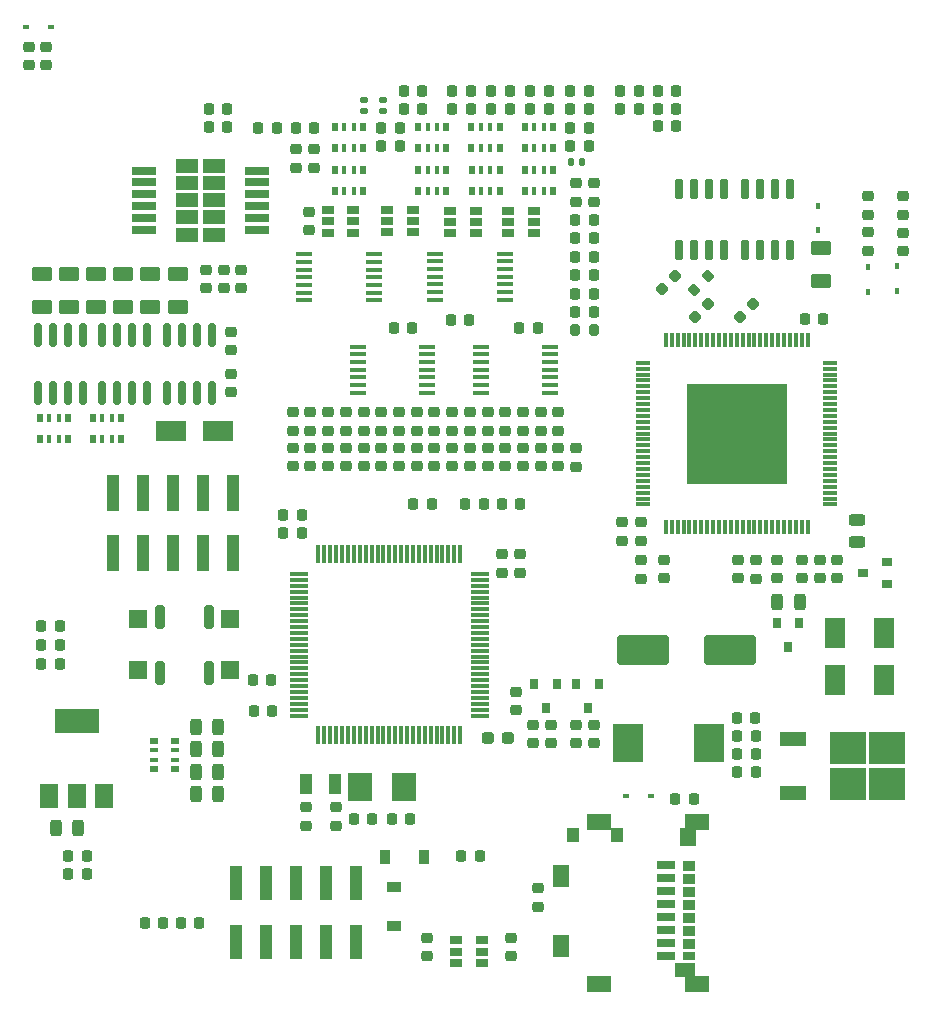
<source format=gbr>
%TF.GenerationSoftware,KiCad,Pcbnew,6.0.10-86aedd382b~118~ubuntu22.04.1*%
%TF.CreationDate,2023-01-19T22:03:14+01:00*%
%TF.ProjectId,micro_rusEFI,6d696372-6f5f-4727-9573-4546492e6b69,R0.6.1rc*%
%TF.SameCoordinates,Original*%
%TF.FileFunction,Paste,Top*%
%TF.FilePolarity,Positive*%
%FSLAX46Y46*%
G04 Gerber Fmt 4.6, Leading zero omitted, Abs format (unit mm)*
G04 Created by KiCad (PCBNEW 6.0.10-86aedd382b~118~ubuntu22.04.1) date 2023-01-19 22:03:14*
%MOMM*%
%LPD*%
G01*
G04 APERTURE LIST*
G04 Aperture macros list*
%AMRoundRect*
0 Rectangle with rounded corners*
0 $1 Rounding radius*
0 $2 $3 $4 $5 $6 $7 $8 $9 X,Y pos of 4 corners*
0 Add a 4 corners polygon primitive as box body*
4,1,4,$2,$3,$4,$5,$6,$7,$8,$9,$2,$3,0*
0 Add four circle primitives for the rounded corners*
1,1,$1+$1,$2,$3*
1,1,$1+$1,$4,$5*
1,1,$1+$1,$6,$7*
1,1,$1+$1,$8,$9*
0 Add four rect primitives between the rounded corners*
20,1,$1+$1,$2,$3,$4,$5,0*
20,1,$1+$1,$4,$5,$6,$7,0*
20,1,$1+$1,$6,$7,$8,$9,0*
20,1,$1+$1,$8,$9,$2,$3,0*%
G04 Aperture macros list end*
%ADD10RoundRect,0.218750X0.026517X-0.335876X0.335876X-0.026517X-0.026517X0.335876X-0.335876X0.026517X0*%
%ADD11RoundRect,0.218750X-0.218750X-0.256250X0.218750X-0.256250X0.218750X0.256250X-0.218750X0.256250X0*%
%ADD12RoundRect,0.218750X0.218750X0.256250X-0.218750X0.256250X-0.218750X-0.256250X0.218750X-0.256250X0*%
%ADD13RoundRect,0.243750X-0.243750X-0.456250X0.243750X-0.456250X0.243750X0.456250X-0.243750X0.456250X0*%
%ADD14RoundRect,0.218750X0.256250X-0.218750X0.256250X0.218750X-0.256250X0.218750X-0.256250X-0.218750X0*%
%ADD15RoundRect,0.218750X-0.256250X0.218750X-0.256250X-0.218750X0.256250X-0.218750X0.256250X0.218750X0*%
%ADD16R,0.900000X1.200000*%
%ADD17R,1.060000X0.650000*%
%ADD18R,1.450000X0.450000*%
%ADD19R,0.500000X0.800000*%
%ADD20R,0.400000X0.800000*%
%ADD21R,0.800000X0.500000*%
%ADD22R,0.800000X0.400000*%
%ADD23R,2.000000X2.400000*%
%ADD24RoundRect,0.250000X-0.625000X0.375000X-0.625000X-0.375000X0.625000X-0.375000X0.625000X0.375000X0*%
%ADD25RoundRect,0.147500X0.172500X-0.147500X0.172500X0.147500X-0.172500X0.147500X-0.172500X-0.147500X0*%
%ADD26R,0.900000X0.800000*%
%ADD27R,1.800000X2.500000*%
%ADD28RoundRect,0.150000X0.150000X-0.825000X0.150000X0.825000X-0.150000X0.825000X-0.150000X-0.825000X0*%
%ADD29R,1.000000X1.800000*%
%ADD30R,1.500000X2.000000*%
%ADD31R,3.800000X2.000000*%
%ADD32R,3.050000X2.750000*%
%ADD33R,2.200000X1.200000*%
%ADD34R,0.800000X0.900000*%
%ADD35R,1.500000X1.500000*%
%ADD36RoundRect,0.243750X-0.456250X0.243750X-0.456250X-0.243750X0.456250X-0.243750X0.456250X0.243750X0*%
%ADD37R,0.450000X0.600000*%
%ADD38RoundRect,0.200000X0.200000X0.800000X-0.200000X0.800000X-0.200000X-0.800000X0.200000X-0.800000X0*%
%ADD39RoundRect,0.200000X-0.200000X-0.800000X0.200000X-0.800000X0.200000X0.800000X-0.200000X0.800000X0*%
%ADD40RoundRect,0.150000X0.150000X-0.725000X0.150000X0.725000X-0.150000X0.725000X-0.150000X-0.725000X0*%
%ADD41R,1.950000X1.160000*%
%ADD42R,2.000000X0.650000*%
%ADD43RoundRect,0.075000X-0.550000X-0.075000X0.550000X-0.075000X0.550000X0.075000X-0.550000X0.075000X0*%
%ADD44RoundRect,0.075000X-0.075000X-0.550000X0.075000X-0.550000X0.075000X0.550000X-0.075000X0.550000X0*%
%ADD45R,8.500000X8.500000*%
%ADD46RoundRect,0.250000X1.950000X1.000000X-1.950000X1.000000X-1.950000X-1.000000X1.950000X-1.000000X0*%
%ADD47RoundRect,0.075000X0.075000X-0.725000X0.075000X0.725000X-0.075000X0.725000X-0.075000X-0.725000X0*%
%ADD48RoundRect,0.075000X0.725000X-0.075000X0.725000X0.075000X-0.725000X0.075000X-0.725000X-0.075000X0*%
%ADD49RoundRect,0.200000X0.200000X0.275000X-0.200000X0.275000X-0.200000X-0.275000X0.200000X-0.275000X0*%
%ADD50R,1.200000X0.900000*%
%ADD51R,1.000000X3.000000*%
%ADD52RoundRect,0.237500X-0.287500X-0.237500X0.287500X-0.237500X0.287500X0.237500X-0.287500X0.237500X0*%
%ADD53RoundRect,0.147500X0.147500X0.172500X-0.147500X0.172500X-0.147500X-0.172500X0.147500X-0.172500X0*%
%ADD54RoundRect,0.218750X-0.026517X0.335876X-0.335876X0.026517X0.026517X-0.335876X0.335876X-0.026517X0*%
%ADD55RoundRect,0.200000X-0.053033X0.335876X-0.335876X0.053033X0.053033X-0.335876X0.335876X-0.053033X0*%
%ADD56R,1.000000X3.150000*%
%ADD57R,0.600000X0.450000*%
%ADD58R,1.500000X0.800000*%
%ADD59R,2.000000X1.450000*%
%ADD60R,2.500000X3.300000*%
%ADD61R,1.100000X0.850000*%
%ADD62R,1.100000X0.750000*%
%ADD63R,1.000000X1.200000*%
%ADD64R,1.350000X1.900000*%
%ADD65R,1.800000X1.170000*%
%ADD66R,1.350000X1.550000*%
%ADD67R,2.500000X1.800000*%
G04 APERTURE END LIST*
D10*
X83743153Y-58556847D03*
X84856847Y-57443153D03*
D11*
X69812500Y-58100000D03*
X71387500Y-58100000D03*
D12*
X85087500Y-92500000D03*
X83512500Y-92500000D03*
X85116300Y-97030500D03*
X83541300Y-97030500D03*
D11*
X69812500Y-51850000D03*
X71387500Y-51850000D03*
X51053900Y-101031040D03*
X52628900Y-101031040D03*
D13*
X25859500Y-101790500D03*
X27734500Y-101790500D03*
D14*
X73800000Y-77500000D03*
X73800000Y-75925000D03*
D11*
X69812500Y-50292000D03*
X71387500Y-50292000D03*
X76812500Y-42400000D03*
X78387500Y-42400000D03*
D15*
X71374000Y-47212500D03*
X71374000Y-48787500D03*
D12*
X55859780Y-101031040D03*
X54284780Y-101031040D03*
X28473500Y-104203500D03*
X26898500Y-104203500D03*
D15*
X64389000Y-111099500D03*
X64389000Y-112674500D03*
D16*
X53750000Y-104250000D03*
X57050000Y-104250000D03*
D17*
X59733000Y-111318000D03*
X59733000Y-112268000D03*
X59733000Y-113218000D03*
X61933000Y-113218000D03*
X61933000Y-112268000D03*
X61933000Y-111318000D03*
D15*
X57277000Y-111099500D03*
X57277000Y-112674500D03*
D14*
X66675000Y-108483500D03*
X66675000Y-106908500D03*
X71450000Y-94612500D03*
X71450000Y-93037500D03*
D15*
X63601600Y-78612900D03*
X63601600Y-80187900D03*
D11*
X45112500Y-76800000D03*
X46687500Y-76800000D03*
D12*
X26187500Y-87884000D03*
X24612500Y-87884000D03*
D18*
X57306000Y-64942000D03*
X57306000Y-64292000D03*
X57306000Y-63642000D03*
X57306000Y-62992000D03*
X57306000Y-62342000D03*
X57306000Y-61692000D03*
X57306000Y-61042000D03*
X51406000Y-61042000D03*
X51406000Y-61692000D03*
X51406000Y-62342000D03*
X51406000Y-62992000D03*
X51406000Y-63642000D03*
X51406000Y-64292000D03*
X51406000Y-64942000D03*
D14*
X40640000Y-61341100D03*
X40640000Y-59766100D03*
D12*
X44092000Y-89281800D03*
X42517000Y-89281800D03*
D14*
X65125600Y-80187900D03*
X65125600Y-78612900D03*
D15*
X64790320Y-90271500D03*
X64790320Y-91846500D03*
D11*
X38785700Y-42418000D03*
X40360700Y-42418000D03*
X38785700Y-40894000D03*
X40360700Y-40894000D03*
D15*
X40665400Y-63347500D03*
X40665400Y-64922500D03*
D12*
X26187500Y-84734400D03*
X24612500Y-84734400D03*
D19*
X58921500Y-42407000D03*
D20*
X58121500Y-42407000D03*
X57321500Y-42407000D03*
D19*
X56521500Y-42407000D03*
X56521500Y-44207000D03*
D20*
X57321500Y-44207000D03*
X58121500Y-44207000D03*
D19*
X58921500Y-44207000D03*
D11*
X69387500Y-42500000D03*
X70962500Y-42500000D03*
D18*
X67720000Y-64942000D03*
X67720000Y-64292000D03*
X67720000Y-63642000D03*
X67720000Y-62992000D03*
X67720000Y-62342000D03*
X67720000Y-61692000D03*
X67720000Y-61042000D03*
X61820000Y-61042000D03*
X61820000Y-61692000D03*
X61820000Y-62342000D03*
X61820000Y-62992000D03*
X61820000Y-63642000D03*
X61820000Y-64292000D03*
X61820000Y-64942000D03*
D11*
X73612500Y-40925000D03*
X75187500Y-40925000D03*
X26898500Y-105727500D03*
X28473500Y-105727500D03*
D12*
X54987500Y-42500000D03*
X53412500Y-42500000D03*
X71387500Y-55000000D03*
X69812500Y-55000000D03*
D13*
X37712500Y-97050000D03*
X39587500Y-97050000D03*
X37696000Y-98950000D03*
X39571000Y-98950000D03*
X37696000Y-95150000D03*
X39571000Y-95150000D03*
X37696000Y-93250000D03*
X39571000Y-93250000D03*
D15*
X94600000Y-51362500D03*
X94600000Y-52937500D03*
D14*
X23550000Y-37237500D03*
X23550000Y-35662500D03*
D21*
X35963000Y-96831000D03*
D22*
X35963000Y-96031000D03*
X35963000Y-95231000D03*
D21*
X35963000Y-94431000D03*
X34163000Y-94431000D03*
D22*
X34163000Y-95231000D03*
X34163000Y-96031000D03*
D21*
X34163000Y-96831000D03*
D23*
X55306840Y-98348800D03*
X51606840Y-98348800D03*
D11*
X63612500Y-74400000D03*
X65187500Y-74400000D03*
D12*
X85116300Y-93982500D03*
X83541300Y-93982500D03*
X85116300Y-95506500D03*
X83541300Y-95506500D03*
X44547500Y-42500000D03*
X42972500Y-42500000D03*
X37998500Y-109855000D03*
X36423500Y-109855000D03*
D14*
X40081200Y-56108700D03*
X40081200Y-54533700D03*
D24*
X24658800Y-54900000D03*
X24658800Y-57700000D03*
D15*
X38582600Y-54533700D03*
X38582600Y-56108700D03*
X25050000Y-35662500D03*
X25050000Y-37237500D03*
D25*
X53525000Y-41135000D03*
X53525000Y-40165000D03*
D11*
X76812500Y-40900000D03*
X78387500Y-40900000D03*
D12*
X46685300Y-75311000D03*
X45110300Y-75311000D03*
D14*
X67797680Y-94612500D03*
X67797680Y-93037500D03*
D11*
X69812500Y-56550000D03*
X71387500Y-56550000D03*
D14*
X97600000Y-49887500D03*
X97600000Y-48312500D03*
D18*
X57943960Y-53168000D03*
X57943960Y-53818000D03*
X57943960Y-54468000D03*
X57943960Y-55118000D03*
X57943960Y-55768000D03*
X57943960Y-56418000D03*
X57943960Y-57068000D03*
X63843960Y-57068000D03*
X63843960Y-56418000D03*
X63843960Y-55768000D03*
X63843960Y-55118000D03*
X63843960Y-54468000D03*
X63843960Y-53818000D03*
X63843960Y-53168000D03*
D26*
X96186500Y-81150500D03*
X96186500Y-79250500D03*
X94186500Y-80200500D03*
D27*
X96000000Y-89250000D03*
X96000000Y-85250000D03*
D28*
X24358600Y-65009800D03*
X25628600Y-65009800D03*
X26898600Y-65009800D03*
X28168600Y-65009800D03*
X28168600Y-60059800D03*
X26898600Y-60059800D03*
X25628600Y-60059800D03*
X24358600Y-60059800D03*
D15*
X46990000Y-100050000D03*
X46990000Y-101625000D03*
D29*
X47010000Y-98100000D03*
X49510000Y-98100000D03*
D11*
X33375500Y-109855000D03*
X34950500Y-109855000D03*
D30*
X25300000Y-99050000D03*
X27600000Y-99050000D03*
D31*
X27600000Y-92750000D03*
D30*
X29900000Y-99050000D03*
D17*
X64152600Y-49545200D03*
X64152600Y-50495200D03*
X64152600Y-51445200D03*
X66352600Y-51445200D03*
X66352600Y-50495200D03*
X66352600Y-49545200D03*
X51051640Y-51394400D03*
X51051640Y-50444400D03*
X51051640Y-49494400D03*
X48851640Y-49494400D03*
X48851640Y-50444400D03*
X48851640Y-51394400D03*
D14*
X49530000Y-101625000D03*
X49530000Y-100050000D03*
D11*
X56112500Y-74400000D03*
X57687500Y-74400000D03*
D17*
X61460000Y-51445200D03*
X61460000Y-50495200D03*
X61460000Y-49545200D03*
X59260000Y-49545200D03*
X59260000Y-50495200D03*
X59260000Y-51445200D03*
D19*
X31400000Y-67050000D03*
D20*
X30600000Y-67050000D03*
X29800000Y-67050000D03*
D19*
X29000000Y-67050000D03*
X29000000Y-68850000D03*
D20*
X29800000Y-68850000D03*
X30600000Y-68850000D03*
D19*
X31400000Y-68850000D03*
D12*
X56032500Y-59436000D03*
X54457500Y-59436000D03*
D24*
X26958800Y-54900000D03*
X26958800Y-57700000D03*
X29258800Y-54900000D03*
X29258800Y-57700000D03*
X31558800Y-54900000D03*
X31558800Y-57700000D03*
X33858800Y-54900000D03*
X33858800Y-57700000D03*
X36158800Y-54900000D03*
X36158800Y-57700000D03*
D28*
X29794200Y-65009800D03*
X31064200Y-65009800D03*
X32334200Y-65009800D03*
X33604200Y-65009800D03*
X33604200Y-60059800D03*
X32334200Y-60059800D03*
X31064200Y-60059800D03*
X29794200Y-60059800D03*
X35229800Y-65009800D03*
X36499800Y-65009800D03*
X37769800Y-65009800D03*
X39039800Y-65009800D03*
X39039800Y-60059800D03*
X37769800Y-60059800D03*
X36499800Y-60059800D03*
X35229800Y-60059800D03*
D12*
X66637000Y-59436000D03*
X65062000Y-59436000D03*
D17*
X53891000Y-49469000D03*
X53891000Y-50419000D03*
X53891000Y-51369000D03*
X56091000Y-51369000D03*
X56091000Y-50419000D03*
X56091000Y-49469000D03*
D19*
X51873000Y-42407000D03*
D20*
X51073000Y-42407000D03*
X50273000Y-42407000D03*
D19*
X49473000Y-42407000D03*
X49473000Y-44207000D03*
D20*
X50273000Y-44207000D03*
X51073000Y-44207000D03*
D19*
X51873000Y-44207000D03*
D18*
X46902580Y-53226420D03*
X46902580Y-53876420D03*
X46902580Y-54526420D03*
X46902580Y-55176420D03*
X46902580Y-55826420D03*
X46902580Y-56476420D03*
X46902580Y-57126420D03*
X52802580Y-57126420D03*
X52802580Y-56476420D03*
X52802580Y-55826420D03*
X52802580Y-55176420D03*
X52802580Y-54526420D03*
X52802580Y-53876420D03*
X52802580Y-53226420D03*
D14*
X60900000Y-68187500D03*
X60900000Y-66612500D03*
X59400000Y-68187500D03*
X59400000Y-66612500D03*
X57900000Y-68187500D03*
X57900000Y-66612500D03*
X62400000Y-71187500D03*
X62400000Y-69612500D03*
X60900000Y-71187500D03*
X60900000Y-69612500D03*
X57900000Y-71187500D03*
X57900000Y-69612500D03*
X59400000Y-71187500D03*
X59400000Y-69612500D03*
X62400000Y-68187500D03*
X62400000Y-66612500D03*
D32*
X96231000Y-98045000D03*
X96231000Y-94995000D03*
X92881000Y-98045000D03*
X92881000Y-94995000D03*
D33*
X88256000Y-94240000D03*
X88256000Y-98800000D03*
D14*
X66900000Y-68187500D03*
X66900000Y-66612500D03*
X65400000Y-68187500D03*
X65400000Y-66612500D03*
X63900000Y-68187500D03*
X63900000Y-66612500D03*
X68400000Y-71187500D03*
X68400000Y-69612500D03*
X66900000Y-71187500D03*
X66900000Y-69612500D03*
X65400000Y-71187500D03*
X65400000Y-69612500D03*
X63900000Y-71187500D03*
X63900000Y-69612500D03*
X68400000Y-68187500D03*
X68400000Y-66612500D03*
D12*
X26187500Y-86309200D03*
X24612500Y-86309200D03*
D14*
X56400000Y-68187500D03*
X56400000Y-66612500D03*
X54900000Y-68187500D03*
X54900000Y-66612500D03*
X53400000Y-68187500D03*
X53400000Y-66612500D03*
X51900000Y-68187500D03*
X51900000Y-66612500D03*
X56400000Y-71187500D03*
X56400000Y-69612500D03*
X54900000Y-71187500D03*
X54900000Y-69612500D03*
X53400000Y-71187500D03*
X53400000Y-69612500D03*
X51900000Y-71187500D03*
X51900000Y-69612500D03*
X50400000Y-68187500D03*
X50400000Y-66612500D03*
X45900000Y-68187500D03*
X45900000Y-66612500D03*
X50400000Y-71187500D03*
X50400000Y-69612500D03*
X48900000Y-71187500D03*
X48900000Y-69612500D03*
X47400000Y-71187500D03*
X47400000Y-69612500D03*
X45900000Y-71187500D03*
X45900000Y-69612500D03*
D11*
X59283500Y-58801000D03*
X60858500Y-58801000D03*
D15*
X46200000Y-44337500D03*
X46200000Y-45912500D03*
D34*
X88798440Y-84450680D03*
X86898440Y-84450680D03*
X87848440Y-86450680D03*
D27*
X91789200Y-89250000D03*
X91789200Y-85250000D03*
D15*
X86900000Y-79095500D03*
X86900000Y-80670500D03*
X83566000Y-79095500D03*
X83566000Y-80670500D03*
X91998800Y-79095500D03*
X91998800Y-80670500D03*
X90512900Y-79095500D03*
X90512900Y-80670500D03*
D13*
X86939120Y-82677000D03*
X88814120Y-82677000D03*
D14*
X89027000Y-80670500D03*
X89027000Y-79095500D03*
X85100000Y-80687500D03*
X85100000Y-79112500D03*
D34*
X68270160Y-89611960D03*
X66370160Y-89611960D03*
X67320160Y-91611960D03*
D35*
X32828400Y-88442800D03*
X40628400Y-88442800D03*
D34*
X71816000Y-89611960D03*
X69916000Y-89611960D03*
X70866000Y-91611960D03*
D36*
X93700000Y-75700000D03*
X93700000Y-77575000D03*
D19*
X26900000Y-67050000D03*
D20*
X26100000Y-67050000D03*
X25300000Y-67050000D03*
D19*
X24500000Y-67050000D03*
X24500000Y-68850000D03*
D20*
X25300000Y-68850000D03*
X26100000Y-68850000D03*
D19*
X26900000Y-68850000D03*
D14*
X94600000Y-49887500D03*
X94600000Y-48312500D03*
D12*
X44170700Y-91897200D03*
X42595700Y-91897200D03*
D14*
X41554400Y-56108700D03*
X41554400Y-54533700D03*
D37*
X90400000Y-51200000D03*
X90400000Y-49100000D03*
D38*
X38828400Y-83900000D03*
X34628400Y-83900000D03*
D39*
X34628400Y-88700000D03*
X38828400Y-88700000D03*
D14*
X47244000Y-51206500D03*
X47244000Y-49631500D03*
X47400000Y-68187500D03*
X47400000Y-66612500D03*
X48900000Y-68187500D03*
X48900000Y-66612500D03*
D40*
X78595000Y-52875000D03*
X79865000Y-52875000D03*
X81135000Y-52875000D03*
X82405000Y-52875000D03*
X82405000Y-47725000D03*
X81135000Y-47725000D03*
X79865000Y-47725000D03*
X78595000Y-47725000D03*
D12*
X71387500Y-53450000D03*
X69812500Y-53450000D03*
D15*
X97600000Y-51412500D03*
X97600000Y-52987500D03*
D40*
X84195000Y-52875000D03*
X85465000Y-52875000D03*
X86735000Y-52875000D03*
X88005000Y-52875000D03*
X88005000Y-47725000D03*
X86735000Y-47725000D03*
X85465000Y-47725000D03*
X84195000Y-47725000D03*
D14*
X69895720Y-94612500D03*
X69895720Y-93037500D03*
D15*
X69850000Y-47212500D03*
X69850000Y-48787500D03*
D41*
X36975000Y-45721000D03*
X36975000Y-47181000D03*
X36975000Y-48641000D03*
X39225000Y-47181000D03*
X39225000Y-50101000D03*
X36975000Y-51561000D03*
X36975000Y-50101000D03*
X39225000Y-48641000D03*
X39225000Y-51561000D03*
X39225000Y-45721000D03*
D42*
X42900000Y-51141000D03*
X42900000Y-50141000D03*
X42900000Y-49141000D03*
X42900000Y-48141000D03*
X42900000Y-47141000D03*
X42900000Y-46141000D03*
X33300000Y-46141000D03*
X33300000Y-47141000D03*
X33300000Y-48141000D03*
X33300000Y-49141000D03*
X33300000Y-50141000D03*
X33300000Y-51141000D03*
D43*
X75600000Y-62403000D03*
X75600000Y-62903000D03*
X75600000Y-63403000D03*
X75600000Y-63903000D03*
X75600000Y-64403000D03*
X75600000Y-64903000D03*
X75600000Y-65403000D03*
X75600000Y-65903000D03*
X75600000Y-66403000D03*
X75600000Y-66903000D03*
X75600000Y-67403000D03*
X75600000Y-67903000D03*
X75600000Y-68403000D03*
X75600000Y-68903000D03*
X75600000Y-69403000D03*
X75600000Y-69903000D03*
X75600000Y-70403000D03*
X75600000Y-70903000D03*
X75600000Y-71403000D03*
X75600000Y-71903000D03*
X75600000Y-72403000D03*
X75600000Y-72903000D03*
X75600000Y-73403000D03*
X75600000Y-73903000D03*
X75600000Y-74403000D03*
D44*
X77500000Y-76303000D03*
X78000000Y-76303000D03*
X78500000Y-76303000D03*
X79000000Y-76303000D03*
X79500000Y-76303000D03*
X80000000Y-76303000D03*
X80500000Y-76303000D03*
X81000000Y-76303000D03*
X81500000Y-76303000D03*
X82000000Y-76303000D03*
X82500000Y-76303000D03*
X83000000Y-76303000D03*
X83500000Y-76303000D03*
X84000000Y-76303000D03*
X84500000Y-76303000D03*
X85000000Y-76303000D03*
X85500000Y-76303000D03*
X86000000Y-76303000D03*
X86500000Y-76303000D03*
X87000000Y-76303000D03*
X87500000Y-76303000D03*
X88000000Y-76303000D03*
X88500000Y-76303000D03*
X89000000Y-76303000D03*
X89500000Y-76303000D03*
D43*
X91400000Y-74403000D03*
X91400000Y-73903000D03*
X91400000Y-73403000D03*
X91400000Y-72903000D03*
X91400000Y-72403000D03*
X91400000Y-71903000D03*
X91400000Y-71403000D03*
X91400000Y-70903000D03*
X91400000Y-70403000D03*
X91400000Y-69903000D03*
X91400000Y-69403000D03*
X91400000Y-68903000D03*
X91400000Y-68403000D03*
X91400000Y-67903000D03*
X91400000Y-67403000D03*
X91400000Y-66903000D03*
X91400000Y-66403000D03*
X91400000Y-65903000D03*
X91400000Y-65403000D03*
X91400000Y-64903000D03*
X91400000Y-64403000D03*
X91400000Y-63903000D03*
X91400000Y-63403000D03*
X91400000Y-62903000D03*
X91400000Y-62403000D03*
D44*
X89500000Y-60503000D03*
X89000000Y-60503000D03*
X88500000Y-60503000D03*
X88000000Y-60503000D03*
X87500000Y-60503000D03*
X87000000Y-60503000D03*
X86500000Y-60503000D03*
X86000000Y-60503000D03*
X85500000Y-60503000D03*
X85000000Y-60503000D03*
X84500000Y-60503000D03*
X84000000Y-60503000D03*
X83500000Y-60503000D03*
X83000000Y-60503000D03*
X82500000Y-60503000D03*
X82000000Y-60503000D03*
X81500000Y-60503000D03*
X81000000Y-60503000D03*
X80500000Y-60503000D03*
X80000000Y-60503000D03*
X79500000Y-60503000D03*
X79000000Y-60503000D03*
X78500000Y-60503000D03*
X78000000Y-60503000D03*
X77500000Y-60503000D03*
D45*
X83500000Y-68403000D03*
D37*
X94600000Y-54300000D03*
X94600000Y-56400000D03*
D46*
X82948000Y-86741000D03*
X75548000Y-86741000D03*
D47*
X48086800Y-93959600D03*
X48586800Y-93959600D03*
X49086800Y-93959600D03*
X49586800Y-93959600D03*
X50086800Y-93959600D03*
X50586800Y-93959600D03*
X51086800Y-93959600D03*
X51586800Y-93959600D03*
X52086800Y-93959600D03*
X52586800Y-93959600D03*
X53086800Y-93959600D03*
X53586800Y-93959600D03*
X54086800Y-93959600D03*
X54586800Y-93959600D03*
X55086800Y-93959600D03*
X55586800Y-93959600D03*
X56086800Y-93959600D03*
X56586800Y-93959600D03*
X57086800Y-93959600D03*
X57586800Y-93959600D03*
X58086800Y-93959600D03*
X58586800Y-93959600D03*
X59086800Y-93959600D03*
X59586800Y-93959600D03*
X60086800Y-93959600D03*
D48*
X61761800Y-92284600D03*
X61761800Y-91784600D03*
X61761800Y-91284600D03*
X61761800Y-90784600D03*
X61761800Y-90284600D03*
X61761800Y-89784600D03*
X61761800Y-89284600D03*
X61761800Y-88784600D03*
X61761800Y-88284600D03*
X61761800Y-87784600D03*
X61761800Y-87284600D03*
X61761800Y-86784600D03*
X61761800Y-86284600D03*
X61761800Y-85784600D03*
X61761800Y-85284600D03*
X61761800Y-84784600D03*
X61761800Y-84284600D03*
X61761800Y-83784600D03*
X61761800Y-83284600D03*
X61761800Y-82784600D03*
X61761800Y-82284600D03*
X61761800Y-81784600D03*
X61761800Y-81284600D03*
X61761800Y-80784600D03*
X61761800Y-80284600D03*
D47*
X60086800Y-78609600D03*
X59586800Y-78609600D03*
X59086800Y-78609600D03*
X58586800Y-78609600D03*
X58086800Y-78609600D03*
X57586800Y-78609600D03*
X57086800Y-78609600D03*
X56586800Y-78609600D03*
X56086800Y-78609600D03*
X55586800Y-78609600D03*
X55086800Y-78609600D03*
X54586800Y-78609600D03*
X54086800Y-78609600D03*
X53586800Y-78609600D03*
X53086800Y-78609600D03*
X52586800Y-78609600D03*
X52086800Y-78609600D03*
X51586800Y-78609600D03*
X51086800Y-78609600D03*
X50586800Y-78609600D03*
X50086800Y-78609600D03*
X49586800Y-78609600D03*
X49086800Y-78609600D03*
X48586800Y-78609600D03*
X48086800Y-78609600D03*
D48*
X46411800Y-80284600D03*
X46411800Y-80784600D03*
X46411800Y-81284600D03*
X46411800Y-81784600D03*
X46411800Y-82284600D03*
X46411800Y-82784600D03*
X46411800Y-83284600D03*
X46411800Y-83784600D03*
X46411800Y-84284600D03*
X46411800Y-84784600D03*
X46411800Y-85284600D03*
X46411800Y-85784600D03*
X46411800Y-86284600D03*
X46411800Y-86784600D03*
X46411800Y-87284600D03*
X46411800Y-87784600D03*
X46411800Y-88284600D03*
X46411800Y-88784600D03*
X46411800Y-89284600D03*
X46411800Y-89784600D03*
X46411800Y-90284600D03*
X46411800Y-90784600D03*
X46411800Y-91284600D03*
X46411800Y-91784600D03*
X46411800Y-92284600D03*
D12*
X62087500Y-74400000D03*
X60512500Y-74400000D03*
D49*
X71425000Y-59650000D03*
X69775000Y-59650000D03*
D14*
X77300000Y-80670500D03*
X77300000Y-79095500D03*
D24*
X90600000Y-52700000D03*
X90600000Y-55500000D03*
D15*
X47700000Y-44337500D03*
X47700000Y-45912500D03*
D50*
X54483000Y-110108000D03*
X54483000Y-106808000D03*
D14*
X75400000Y-77487500D03*
X75400000Y-75912500D03*
D15*
X75400000Y-79100000D03*
X75400000Y-80675000D03*
D35*
X40628400Y-84124800D03*
X32828400Y-84124800D03*
D11*
X76812500Y-39400000D03*
X78387500Y-39400000D03*
D37*
X97100000Y-54250000D03*
X97100000Y-56350000D03*
D51*
X51231800Y-111486000D03*
X51231800Y-106446000D03*
X48691800Y-111486000D03*
X48691800Y-106446000D03*
X46151800Y-111486000D03*
X46151800Y-106446000D03*
X43611800Y-111486000D03*
X43611800Y-106446000D03*
X41071800Y-111486000D03*
X41071800Y-106446000D03*
D14*
X66268600Y-94612500D03*
X66268600Y-93037500D03*
D52*
X62410400Y-94167960D03*
X64160400Y-94167960D03*
D11*
X78308000Y-99314000D03*
X79883000Y-99314000D03*
X55287500Y-39375000D03*
X56862500Y-39375000D03*
D53*
X70410000Y-45425000D03*
X69440000Y-45425000D03*
D19*
X67951000Y-42407000D03*
D20*
X67151000Y-42407000D03*
X66351000Y-42407000D03*
D19*
X65551000Y-42407000D03*
X65551000Y-44207000D03*
D20*
X66351000Y-44207000D03*
X67151000Y-44207000D03*
D19*
X67951000Y-44207000D03*
X63442500Y-42407000D03*
D20*
X62642500Y-42407000D03*
X61842500Y-42407000D03*
D19*
X61042500Y-42407000D03*
X61042500Y-44207000D03*
D20*
X61842500Y-44207000D03*
X62642500Y-44207000D03*
D19*
X63442500Y-44207000D03*
D25*
X51900000Y-41135000D03*
X51900000Y-40165000D03*
D12*
X56862500Y-40900000D03*
X55287500Y-40900000D03*
D15*
X69900800Y-69621300D03*
X69900800Y-71196300D03*
D11*
X89252500Y-58720000D03*
X90827500Y-58720000D03*
D54*
X78280847Y-55069153D03*
X77167153Y-56182847D03*
X81056847Y-57443153D03*
X79943153Y-58556847D03*
D55*
X81033363Y-55066637D03*
X79866637Y-56233363D03*
D56*
X30683200Y-78496400D03*
X30683200Y-73446400D03*
X33223200Y-78496400D03*
X33223200Y-73446400D03*
X35763200Y-78496400D03*
X35763200Y-73446400D03*
X38303200Y-78496400D03*
X38303200Y-73446400D03*
X40843200Y-78496400D03*
X40843200Y-73446400D03*
D11*
X73612500Y-39400000D03*
X75187500Y-39400000D03*
D12*
X54987500Y-44050000D03*
X53412500Y-44050000D03*
X61747500Y-104140000D03*
X60172500Y-104140000D03*
D57*
X25400000Y-33950000D03*
X23300000Y-33950000D03*
D11*
X66012500Y-39400000D03*
X67587500Y-39400000D03*
X59410500Y-39400000D03*
X60985500Y-39400000D03*
X59412500Y-40925000D03*
X60987500Y-40925000D03*
X62712500Y-39400000D03*
X64287500Y-39400000D03*
X66012500Y-40925000D03*
X67587500Y-40925000D03*
X62712500Y-40925000D03*
X64287500Y-40925000D03*
X69387500Y-40925000D03*
X70962500Y-40925000D03*
X69387500Y-39400000D03*
X70962500Y-39400000D03*
X69387500Y-44025000D03*
X70962500Y-44025000D03*
D12*
X47737500Y-42500000D03*
X46162500Y-42500000D03*
D58*
X77500000Y-104950000D03*
X77500000Y-106050000D03*
X77500000Y-107150000D03*
X77500000Y-108250000D03*
X77500000Y-109350000D03*
X77500000Y-110450000D03*
X77500000Y-111550000D03*
X77500000Y-112650000D03*
D59*
X80100000Y-101275000D03*
X80100000Y-115025000D03*
X71800000Y-115025000D03*
X71800000Y-101275000D03*
D60*
X81124000Y-94600000D03*
X74324000Y-94600000D03*
D61*
X79475000Y-104995000D03*
X79475000Y-106095000D03*
X79475000Y-107195000D03*
X79475000Y-108295000D03*
X79475000Y-109395000D03*
X79475000Y-110495000D03*
X79475000Y-111595000D03*
D62*
X79475000Y-112645000D03*
D63*
X73325000Y-102360000D03*
X69625000Y-102360000D03*
D64*
X68650000Y-111830000D03*
D65*
X79125000Y-113855000D03*
D66*
X79350000Y-102535000D03*
D64*
X68650000Y-105860000D03*
D57*
X74100000Y-99050000D03*
X76200000Y-99050000D03*
D19*
X51875000Y-46050000D03*
D20*
X51075000Y-46050000D03*
X50275000Y-46050000D03*
D19*
X49475000Y-46050000D03*
X49475000Y-47850000D03*
D20*
X50275000Y-47850000D03*
X51075000Y-47850000D03*
D19*
X51875000Y-47850000D03*
X67950000Y-46050000D03*
D20*
X67150000Y-46050000D03*
X66350000Y-46050000D03*
D19*
X65550000Y-46050000D03*
X65550000Y-47850000D03*
D20*
X66350000Y-47850000D03*
X67150000Y-47850000D03*
D19*
X67950000Y-47850000D03*
D67*
X39600000Y-68150000D03*
X35600000Y-68150000D03*
D19*
X58925000Y-46050000D03*
D20*
X58125000Y-46050000D03*
X57325000Y-46050000D03*
D19*
X56525000Y-46050000D03*
X56525000Y-47850000D03*
D20*
X57325000Y-47850000D03*
X58125000Y-47850000D03*
D19*
X58925000Y-47850000D03*
X63450000Y-46050000D03*
D20*
X62650000Y-46050000D03*
X61850000Y-46050000D03*
D19*
X61050000Y-46050000D03*
X61050000Y-47850000D03*
D20*
X61850000Y-47850000D03*
X62650000Y-47850000D03*
D19*
X63450000Y-47850000D03*
M02*

</source>
